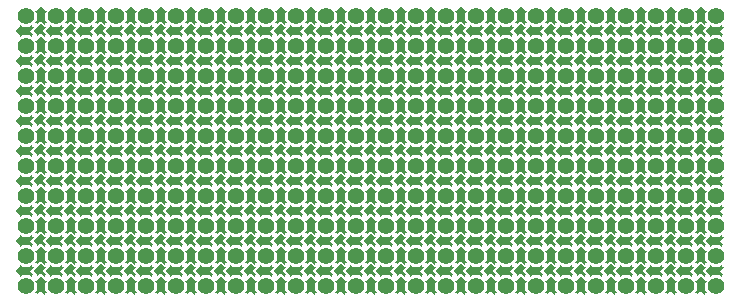
<source format=gbr>
G04 #@! TF.GenerationSoftware,KiCad,Pcbnew,9.0.1*
G04 #@! TF.CreationDate,2025-05-07T17:07:09-04:00*
G04 #@! TF.ProjectId,matrix-protoboard_10x24,6d617472-6978-42d7-9072-6f746f626f61,rev?*
G04 #@! TF.SameCoordinates,Original*
G04 #@! TF.FileFunction,Copper,L2,Bot*
G04 #@! TF.FilePolarity,Positive*
%FSLAX46Y46*%
G04 Gerber Fmt 4.6, Leading zero omitted, Abs format (unit mm)*
G04 Created by KiCad (PCBNEW 9.0.1) date 2025-05-07 17:07:09*
%MOMM*%
%LPD*%
G01*
G04 APERTURE LIST*
G04 Aperture macros list*
%AMFreePoly0*
4,1,38,0.000354,0.765354,0.325208,0.440500,0.550000,0.440500,0.550354,0.440354,0.550500,0.440000,0.550354,0.439646,0.350500,0.239792,0.350500,-0.359792,0.550354,-0.559646,0.550500,-0.560000,0.550354,-0.560354,0.550000,-0.560500,0.338500,-0.560500,0.338500,-0.763000,0.338354,-0.763354,0.338000,-0.763500,0.337646,-0.763354,-0.000208,-0.425500,-0.009792,-0.425500,-0.347646,-0.763354,
-0.348000,-0.763500,-0.348354,-0.763354,-0.348500,-0.763000,-0.348500,-0.560500,-0.550000,-0.560500,-0.550354,-0.560354,-0.550500,-0.560000,-0.550354,-0.559646,-0.350500,-0.359792,-0.350500,0.239792,-0.550354,0.439646,-0.550500,0.440000,-0.550354,0.440354,-0.550000,0.440500,-0.325208,0.440500,-0.000354,0.765354,0.000000,0.765500,0.000354,0.765354,0.000354,0.765354,$1*%
%AMFreePoly1*
4,1,28,0.060354,0.560354,0.357208,0.263500,0.583000,0.263500,0.583354,0.263354,0.583500,0.263000,0.583354,0.262646,0.235708,-0.085000,0.582354,-0.431646,0.582500,-0.432000,0.582354,-0.432354,0.582000,-0.432500,0.407500,-0.432500,0.407500,-0.607000,0.407354,-0.607354,0.407000,-0.607500,0.406646,-0.607354,0.060000,-0.260708,-0.287646,-0.608354,-0.288000,-0.608500,-0.288354,-0.608354,
-0.288500,-0.608000,-0.288500,-0.382208,-0.585354,-0.085354,-0.585500,-0.085000,-0.585354,-0.084646,0.059646,0.560354,0.060000,0.560500,0.060354,0.560354,0.060354,0.560354,$1*%
G04 Aperture macros list end*
G04 #@! TA.AperFunction,ComponentPad*
%ADD10C,1.400000*%
G04 #@! TD*
G04 #@! TA.AperFunction,SMDPad,CuDef*
%ADD11FreePoly0,90.000000*%
G04 #@! TD*
G04 #@! TA.AperFunction,SMDPad,CuDef*
%ADD12FreePoly1,0.000000*%
G04 #@! TD*
G04 #@! TA.AperFunction,SMDPad,CuDef*
%ADD13FreePoly0,0.000000*%
G04 #@! TD*
G04 APERTURE END LIST*
D10*
X146300000Y-72440000D03*
X164080000Y-67360000D03*
X115820000Y-80060000D03*
X143760000Y-74980000D03*
D11*
X128460000Y-81330000D03*
D12*
X162750000Y-66005000D03*
X167830000Y-78705000D03*
D10*
X146300000Y-77520000D03*
D12*
X111950000Y-81245000D03*
D10*
X159000000Y-77520000D03*
D12*
X142430000Y-81245000D03*
D11*
X138620000Y-76250000D03*
D12*
X122110000Y-83785000D03*
D11*
X128460000Y-71170000D03*
X110680000Y-66090000D03*
D10*
X133600000Y-74980000D03*
D13*
X155190000Y-82540000D03*
D11*
X138620000Y-66090000D03*
D12*
X119570000Y-73625000D03*
D10*
X115820000Y-64820000D03*
X128520000Y-72440000D03*
D13*
X127250000Y-64760000D03*
D11*
X125920000Y-71170000D03*
D10*
X136140000Y-67360000D03*
X156460000Y-82600000D03*
X138680000Y-80060000D03*
D12*
X147510000Y-78705000D03*
X160210000Y-86325000D03*
X134810000Y-81245000D03*
D11*
X146240000Y-78790000D03*
D13*
X114550000Y-64760000D03*
X142490000Y-80000000D03*
D11*
X125920000Y-83870000D03*
D13*
X150110000Y-85080000D03*
D12*
X139890000Y-66005000D03*
D13*
X160270000Y-77460000D03*
D11*
X161480000Y-66090000D03*
D10*
X125980000Y-82600000D03*
D13*
X137410000Y-80000000D03*
D11*
X110680000Y-73710000D03*
D13*
X157730000Y-69840000D03*
D11*
X125920000Y-78790000D03*
X141160000Y-71170000D03*
X158940000Y-78790000D03*
D10*
X136140000Y-64820000D03*
D12*
X160210000Y-68545000D03*
X124650000Y-83785000D03*
D13*
X134870000Y-69840000D03*
D11*
X136080000Y-73710000D03*
X120840000Y-78790000D03*
X151320000Y-86410000D03*
D10*
X156460000Y-80060000D03*
D13*
X157730000Y-67300000D03*
D11*
X128460000Y-83870000D03*
D13*
X137410000Y-64760000D03*
D12*
X144970000Y-86325000D03*
D11*
X141160000Y-73710000D03*
D13*
X139950000Y-74920000D03*
D10*
X118360000Y-87680000D03*
D11*
X123380000Y-73710000D03*
D12*
X147510000Y-68545000D03*
D13*
X160270000Y-69840000D03*
D11*
X125920000Y-81330000D03*
D10*
X110740000Y-87680000D03*
D11*
X153860000Y-71170000D03*
D10*
X118360000Y-67360000D03*
X148840000Y-67360000D03*
X161540000Y-85140000D03*
D11*
X148780000Y-66090000D03*
D10*
X141220000Y-77520000D03*
X110740000Y-67360000D03*
D11*
X158940000Y-81330000D03*
D12*
X114490000Y-66005000D03*
D13*
X150110000Y-74920000D03*
D10*
X131060000Y-87680000D03*
D13*
X167890000Y-74920000D03*
X150110000Y-72380000D03*
D10*
X118360000Y-74980000D03*
D12*
X124650000Y-73625000D03*
D13*
X124710000Y-67300000D03*
X112010000Y-67300000D03*
D11*
X153860000Y-66090000D03*
X118300000Y-71170000D03*
D10*
X138680000Y-64820000D03*
D11*
X138620000Y-86410000D03*
D10*
X166620000Y-85140000D03*
D11*
X158940000Y-83870000D03*
X125920000Y-73710000D03*
D13*
X145030000Y-69840000D03*
D11*
X131000000Y-71170000D03*
D10*
X113280000Y-87680000D03*
D13*
X152650000Y-87620000D03*
D10*
X133600000Y-80060000D03*
D13*
X119630000Y-82540000D03*
D11*
X123380000Y-66090000D03*
D12*
X137350000Y-73625000D03*
D10*
X123440000Y-80060000D03*
D13*
X162810000Y-82540000D03*
D11*
X110680000Y-78790000D03*
D13*
X129790000Y-72380000D03*
D10*
X161540000Y-64820000D03*
D12*
X122110000Y-73625000D03*
X114490000Y-76165000D03*
X129730000Y-76165000D03*
X142430000Y-66005000D03*
D10*
X110740000Y-82600000D03*
D13*
X167890000Y-77460000D03*
D10*
X153920000Y-72440000D03*
D12*
X122110000Y-78705000D03*
X117030000Y-76165000D03*
X139890000Y-71085000D03*
X160210000Y-76165000D03*
D13*
X165350000Y-82540000D03*
D12*
X144970000Y-71085000D03*
D13*
X152650000Y-72380000D03*
D10*
X136140000Y-69900000D03*
D11*
X113220000Y-78790000D03*
D12*
X111950000Y-73625000D03*
X111950000Y-71085000D03*
D13*
X139950000Y-85080000D03*
D10*
X133600000Y-64820000D03*
D11*
X169100000Y-86410000D03*
X143700000Y-86410000D03*
D12*
X162750000Y-76165000D03*
D13*
X160270000Y-82540000D03*
D11*
X158940000Y-86410000D03*
D13*
X145030000Y-80000000D03*
D10*
X156460000Y-67360000D03*
D12*
X165290000Y-73625000D03*
D10*
X141220000Y-82600000D03*
D13*
X147570000Y-72380000D03*
D10*
X156460000Y-77520000D03*
D13*
X150110000Y-67300000D03*
D11*
X131000000Y-76250000D03*
X115760000Y-81330000D03*
D13*
X119630000Y-72380000D03*
D11*
X123380000Y-71170000D03*
D12*
X114490000Y-68545000D03*
D11*
X120840000Y-86410000D03*
D10*
X143760000Y-69900000D03*
X161540000Y-77520000D03*
D13*
X124710000Y-82540000D03*
D10*
X166620000Y-72440000D03*
D12*
X134810000Y-68545000D03*
X165290000Y-71085000D03*
D10*
X151380000Y-74980000D03*
D11*
X164020000Y-76250000D03*
D12*
X157670000Y-73625000D03*
D10*
X113280000Y-82600000D03*
D13*
X134870000Y-74920000D03*
D11*
X138620000Y-81330000D03*
X115760000Y-86410000D03*
X120840000Y-66090000D03*
D13*
X127250000Y-80000000D03*
D10*
X131060000Y-69900000D03*
D11*
X161480000Y-76250000D03*
D10*
X143760000Y-80060000D03*
X118360000Y-69900000D03*
D13*
X142490000Y-85080000D03*
D11*
X110680000Y-83870000D03*
D13*
X160270000Y-85080000D03*
D10*
X166620000Y-82600000D03*
D13*
X114550000Y-74920000D03*
D12*
X127190000Y-83785000D03*
D13*
X132330000Y-64760000D03*
X112010000Y-80000000D03*
X150110000Y-87620000D03*
D11*
X141160000Y-68630000D03*
D10*
X156460000Y-74980000D03*
D11*
X166560000Y-83870000D03*
D12*
X155130000Y-73625000D03*
D10*
X123440000Y-64820000D03*
D11*
X166560000Y-86410000D03*
D10*
X169160000Y-74980000D03*
X166620000Y-87680000D03*
D13*
X145030000Y-85080000D03*
D10*
X143760000Y-64820000D03*
D12*
X150050000Y-73625000D03*
D10*
X125980000Y-77520000D03*
D12*
X129730000Y-83785000D03*
D11*
X141160000Y-76250000D03*
D13*
X124710000Y-72380000D03*
X157730000Y-85080000D03*
X137410000Y-85080000D03*
D12*
X127190000Y-81245000D03*
D11*
X169100000Y-68630000D03*
D13*
X167890000Y-64760000D03*
D10*
X153920000Y-85140000D03*
D12*
X127190000Y-66005000D03*
D11*
X169100000Y-66090000D03*
D12*
X167830000Y-81245000D03*
D10*
X118360000Y-77520000D03*
X164080000Y-82600000D03*
D11*
X120840000Y-81330000D03*
D13*
X122170000Y-67300000D03*
D10*
X123440000Y-85140000D03*
D11*
X151320000Y-71170000D03*
D10*
X125980000Y-85140000D03*
D11*
X131000000Y-66090000D03*
D13*
X117090000Y-82540000D03*
D11*
X113220000Y-68630000D03*
D10*
X153920000Y-69900000D03*
X161540000Y-67360000D03*
D12*
X155130000Y-68545000D03*
D11*
X113220000Y-76250000D03*
D12*
X152590000Y-68545000D03*
D10*
X141220000Y-64820000D03*
D11*
X151320000Y-66090000D03*
D13*
X160270000Y-72380000D03*
D10*
X143760000Y-72440000D03*
X133600000Y-72440000D03*
D11*
X141160000Y-83870000D03*
D13*
X155190000Y-69840000D03*
D11*
X110680000Y-81330000D03*
D12*
X114490000Y-86325000D03*
D11*
X120840000Y-68630000D03*
D10*
X151380000Y-87680000D03*
X131060000Y-85140000D03*
D13*
X152650000Y-82540000D03*
D10*
X115820000Y-69900000D03*
D13*
X112010000Y-87620000D03*
D10*
X118360000Y-64820000D03*
X115820000Y-87680000D03*
X141220000Y-69900000D03*
X153920000Y-82600000D03*
X128520000Y-82600000D03*
D12*
X165290000Y-86325000D03*
X111950000Y-83785000D03*
X129730000Y-71085000D03*
X139890000Y-73625000D03*
D11*
X123380000Y-68630000D03*
X148780000Y-86410000D03*
X151320000Y-73710000D03*
D12*
X155130000Y-78705000D03*
D10*
X153920000Y-77520000D03*
D13*
X129790000Y-85080000D03*
X134870000Y-87620000D03*
D11*
X164020000Y-73710000D03*
D12*
X162750000Y-86325000D03*
D13*
X147570000Y-87620000D03*
D11*
X164020000Y-66090000D03*
D13*
X129790000Y-74920000D03*
D12*
X150050000Y-83785000D03*
D11*
X113220000Y-73710000D03*
X164020000Y-68630000D03*
X131000000Y-68630000D03*
D12*
X152590000Y-66005000D03*
D13*
X155190000Y-85080000D03*
D10*
X146300000Y-82600000D03*
X141220000Y-80060000D03*
D12*
X150050000Y-81245000D03*
X142430000Y-73625000D03*
D13*
X145030000Y-87620000D03*
X122170000Y-80000000D03*
D10*
X113280000Y-67360000D03*
D12*
X165290000Y-78705000D03*
D11*
X166560000Y-76250000D03*
D10*
X164080000Y-72440000D03*
D11*
X158940000Y-71170000D03*
D10*
X151380000Y-77520000D03*
D12*
X147510000Y-86325000D03*
X117030000Y-66005000D03*
X137350000Y-66005000D03*
D10*
X136140000Y-82600000D03*
D12*
X139890000Y-76165000D03*
D13*
X142490000Y-72380000D03*
D11*
X151320000Y-68630000D03*
D13*
X117090000Y-74920000D03*
D12*
X152590000Y-83785000D03*
D11*
X143700000Y-66090000D03*
D10*
X151380000Y-82600000D03*
D13*
X124710000Y-85080000D03*
D12*
X157670000Y-66005000D03*
D11*
X153860000Y-83870000D03*
D10*
X136140000Y-74980000D03*
X133600000Y-69900000D03*
D13*
X145030000Y-74920000D03*
D12*
X132270000Y-81245000D03*
D10*
X161540000Y-74980000D03*
D11*
X138620000Y-71170000D03*
D13*
X139950000Y-72380000D03*
D10*
X120900000Y-72440000D03*
D12*
X142430000Y-83785000D03*
D10*
X166620000Y-69900000D03*
D11*
X164020000Y-86410000D03*
X123380000Y-86410000D03*
X136080000Y-68630000D03*
X148780000Y-71170000D03*
D13*
X127250000Y-67300000D03*
D10*
X148840000Y-74980000D03*
D11*
X120840000Y-83870000D03*
D10*
X166620000Y-64820000D03*
D12*
X124650000Y-81245000D03*
D11*
X131000000Y-83870000D03*
D12*
X155130000Y-76165000D03*
X137350000Y-86325000D03*
D10*
X164080000Y-80060000D03*
D11*
X166560000Y-66090000D03*
D12*
X114490000Y-78705000D03*
D10*
X161540000Y-80060000D03*
X136140000Y-77520000D03*
D13*
X147570000Y-82540000D03*
X165350000Y-77460000D03*
X114550000Y-72380000D03*
X142490000Y-69840000D03*
X152650000Y-74920000D03*
D12*
X162750000Y-81245000D03*
X132270000Y-76165000D03*
X139890000Y-68545000D03*
X165290000Y-76165000D03*
D13*
X165350000Y-85080000D03*
D11*
X120840000Y-73710000D03*
D13*
X127250000Y-77460000D03*
D12*
X122110000Y-71085000D03*
X111950000Y-68545000D03*
D10*
X169160000Y-77520000D03*
D11*
X143700000Y-73710000D03*
D12*
X157670000Y-83785000D03*
D10*
X169160000Y-80060000D03*
D13*
X139950000Y-82540000D03*
D12*
X134810000Y-73625000D03*
X132270000Y-66005000D03*
X119570000Y-76165000D03*
D10*
X146300000Y-74980000D03*
D11*
X136080000Y-83870000D03*
D12*
X127190000Y-76165000D03*
D13*
X117090000Y-64760000D03*
D11*
X118300000Y-86410000D03*
D10*
X136140000Y-87680000D03*
D12*
X132270000Y-71085000D03*
D11*
X143700000Y-78790000D03*
D13*
X160270000Y-87620000D03*
X167890000Y-82540000D03*
D11*
X151320000Y-81330000D03*
D12*
X150050000Y-71085000D03*
D13*
X162810000Y-85080000D03*
D11*
X128460000Y-76250000D03*
D13*
X157730000Y-77460000D03*
X119630000Y-67300000D03*
D12*
X155130000Y-86325000D03*
D11*
X151320000Y-83870000D03*
D12*
X162750000Y-68545000D03*
D10*
X148840000Y-85140000D03*
D11*
X133540000Y-73710000D03*
D12*
X127190000Y-86325000D03*
D11*
X128460000Y-78790000D03*
D12*
X111950000Y-76165000D03*
X150050000Y-86325000D03*
D10*
X159000000Y-74980000D03*
D13*
X114550000Y-80000000D03*
D12*
X167830000Y-83785000D03*
X111950000Y-86325000D03*
D13*
X165350000Y-87620000D03*
D12*
X167830000Y-76165000D03*
D11*
X141160000Y-81330000D03*
D13*
X137410000Y-74920000D03*
D11*
X164020000Y-83870000D03*
D10*
X123440000Y-72440000D03*
D13*
X132330000Y-74920000D03*
D11*
X151320000Y-76250000D03*
D13*
X117090000Y-77460000D03*
X119630000Y-74920000D03*
D11*
X128460000Y-66090000D03*
D12*
X167830000Y-86325000D03*
D11*
X115760000Y-68630000D03*
D10*
X115820000Y-85140000D03*
D13*
X112010000Y-69840000D03*
X157730000Y-72380000D03*
D12*
X147510000Y-73625000D03*
D10*
X120900000Y-87680000D03*
D12*
X165290000Y-66005000D03*
D11*
X118300000Y-83870000D03*
D13*
X152650000Y-80000000D03*
X152650000Y-85080000D03*
D11*
X125920000Y-68630000D03*
D12*
X167830000Y-71085000D03*
D11*
X128460000Y-73710000D03*
X115760000Y-76250000D03*
D10*
X120900000Y-69900000D03*
X110740000Y-77520000D03*
D12*
X160210000Y-73625000D03*
X152590000Y-86325000D03*
D10*
X161540000Y-82600000D03*
D12*
X147510000Y-76165000D03*
D13*
X114550000Y-67300000D03*
D11*
X136080000Y-78790000D03*
D13*
X114550000Y-69840000D03*
D12*
X160210000Y-83785000D03*
X157670000Y-86325000D03*
D10*
X153920000Y-67360000D03*
D12*
X134810000Y-86325000D03*
D11*
X133540000Y-68630000D03*
X156400000Y-68630000D03*
D10*
X131060000Y-80060000D03*
D11*
X115760000Y-73710000D03*
D12*
X137350000Y-83785000D03*
D13*
X122170000Y-74920000D03*
X119630000Y-64760000D03*
D10*
X136140000Y-72440000D03*
X146300000Y-85140000D03*
D12*
X150050000Y-66005000D03*
D11*
X166560000Y-71170000D03*
D12*
X114490000Y-71085000D03*
D10*
X123440000Y-82600000D03*
D12*
X132270000Y-73625000D03*
D13*
X127250000Y-74920000D03*
X157730000Y-74920000D03*
D11*
X113220000Y-86410000D03*
D10*
X156460000Y-72440000D03*
X138680000Y-85140000D03*
D12*
X155130000Y-81245000D03*
D13*
X127250000Y-87620000D03*
X117090000Y-80000000D03*
D10*
X169160000Y-69900000D03*
X146300000Y-87680000D03*
X131060000Y-67360000D03*
X120900000Y-85140000D03*
X110740000Y-74980000D03*
D11*
X148780000Y-76250000D03*
D10*
X120900000Y-82600000D03*
D13*
X147570000Y-77460000D03*
D11*
X158940000Y-76250000D03*
X120840000Y-76250000D03*
D13*
X162810000Y-67300000D03*
X142490000Y-67300000D03*
D12*
X155130000Y-66005000D03*
X137350000Y-71085000D03*
D13*
X114550000Y-87620000D03*
X145030000Y-82540000D03*
D10*
X161540000Y-87680000D03*
D12*
X152590000Y-76165000D03*
D10*
X110740000Y-64820000D03*
X131060000Y-74980000D03*
D11*
X169100000Y-76250000D03*
D12*
X144970000Y-76165000D03*
D11*
X169100000Y-83870000D03*
D10*
X136140000Y-80060000D03*
X146300000Y-64820000D03*
D12*
X119570000Y-68545000D03*
D13*
X155190000Y-67300000D03*
D12*
X124650000Y-78705000D03*
D13*
X132330000Y-67300000D03*
D10*
X133600000Y-82600000D03*
D13*
X155190000Y-80000000D03*
D10*
X164080000Y-85140000D03*
D11*
X131000000Y-86410000D03*
D10*
X143760000Y-87680000D03*
D13*
X134870000Y-67300000D03*
D11*
X115760000Y-83870000D03*
D13*
X124710000Y-80000000D03*
X132330000Y-80000000D03*
D12*
X122110000Y-86325000D03*
D10*
X133600000Y-77520000D03*
D12*
X129730000Y-81245000D03*
D10*
X118360000Y-85140000D03*
X113280000Y-77520000D03*
D13*
X145030000Y-67300000D03*
D10*
X148840000Y-72440000D03*
D12*
X122110000Y-81245000D03*
D13*
X150110000Y-64760000D03*
D10*
X166620000Y-77520000D03*
D11*
X133540000Y-81330000D03*
D10*
X125980000Y-69900000D03*
D13*
X142490000Y-64760000D03*
X145030000Y-64760000D03*
X112010000Y-72380000D03*
X155190000Y-64760000D03*
D12*
X167830000Y-68545000D03*
D10*
X138680000Y-67360000D03*
D13*
X132330000Y-77460000D03*
D10*
X153920000Y-80060000D03*
X138680000Y-87680000D03*
D13*
X119630000Y-80000000D03*
D12*
X160210000Y-71085000D03*
D10*
X148840000Y-80060000D03*
D12*
X144970000Y-68545000D03*
D11*
X131000000Y-73710000D03*
D10*
X113280000Y-74980000D03*
D11*
X146240000Y-73710000D03*
D13*
X139950000Y-69840000D03*
X150110000Y-82540000D03*
D12*
X139890000Y-86325000D03*
X132270000Y-83785000D03*
D11*
X166560000Y-78790000D03*
D10*
X141220000Y-72440000D03*
D13*
X152650000Y-77460000D03*
X165350000Y-80000000D03*
X157730000Y-82540000D03*
D10*
X123440000Y-69900000D03*
D13*
X127250000Y-85080000D03*
X124710000Y-74920000D03*
D11*
X156400000Y-73710000D03*
D13*
X114550000Y-77460000D03*
X162810000Y-77460000D03*
X162810000Y-87620000D03*
D11*
X148780000Y-81330000D03*
D12*
X124650000Y-76165000D03*
D11*
X110680000Y-68630000D03*
D13*
X142490000Y-74920000D03*
X150110000Y-77460000D03*
D10*
X153920000Y-87680000D03*
D12*
X122110000Y-76165000D03*
X152590000Y-71085000D03*
D13*
X157730000Y-80000000D03*
X134870000Y-82540000D03*
X139950000Y-77460000D03*
X142490000Y-87620000D03*
D12*
X155130000Y-71085000D03*
D10*
X115820000Y-74980000D03*
D11*
X143700000Y-83870000D03*
X166560000Y-81330000D03*
D12*
X142430000Y-68545000D03*
X124650000Y-66005000D03*
X119570000Y-83785000D03*
D11*
X143700000Y-81330000D03*
D12*
X150050000Y-68545000D03*
D13*
X134870000Y-80000000D03*
X165350000Y-72380000D03*
D11*
X136080000Y-76250000D03*
X133540000Y-83870000D03*
X136080000Y-71170000D03*
D13*
X147570000Y-67300000D03*
D10*
X141220000Y-87680000D03*
D13*
X129790000Y-67300000D03*
D12*
X137350000Y-76165000D03*
D10*
X161540000Y-69900000D03*
D12*
X122110000Y-66005000D03*
D10*
X143760000Y-85140000D03*
D13*
X142490000Y-82540000D03*
D10*
X161540000Y-72440000D03*
D13*
X167890000Y-87620000D03*
D12*
X157670000Y-68545000D03*
X124650000Y-68545000D03*
D13*
X165350000Y-74920000D03*
D11*
X156400000Y-81330000D03*
X133540000Y-76250000D03*
X164020000Y-71170000D03*
X156400000Y-78790000D03*
D13*
X147570000Y-85080000D03*
D12*
X137350000Y-78705000D03*
D11*
X113220000Y-71170000D03*
X146240000Y-83870000D03*
D10*
X156460000Y-87680000D03*
D11*
X161480000Y-68630000D03*
X141160000Y-86410000D03*
D10*
X118360000Y-80060000D03*
D11*
X138620000Y-68630000D03*
D12*
X160210000Y-78705000D03*
X139890000Y-83785000D03*
X134810000Y-66005000D03*
X117030000Y-68545000D03*
D13*
X165350000Y-64760000D03*
X134870000Y-77460000D03*
D12*
X127190000Y-68545000D03*
X147510000Y-66005000D03*
D11*
X153860000Y-68630000D03*
D10*
X143760000Y-82600000D03*
X128520000Y-67360000D03*
D12*
X157670000Y-71085000D03*
D10*
X169160000Y-85140000D03*
X169160000Y-87680000D03*
D13*
X147570000Y-74920000D03*
D11*
X146240000Y-81330000D03*
D10*
X120900000Y-80060000D03*
D13*
X132330000Y-72380000D03*
D10*
X118360000Y-72440000D03*
D12*
X144970000Y-73625000D03*
D13*
X122170000Y-72380000D03*
X134870000Y-64760000D03*
D10*
X159000000Y-80060000D03*
D11*
X136080000Y-86410000D03*
X153860000Y-86410000D03*
D12*
X165290000Y-68545000D03*
D10*
X153920000Y-74980000D03*
D13*
X147570000Y-80000000D03*
D10*
X166620000Y-80060000D03*
D13*
X112010000Y-82540000D03*
X134870000Y-85080000D03*
X117090000Y-67300000D03*
D10*
X110740000Y-69900000D03*
X113280000Y-72440000D03*
D11*
X118300000Y-66090000D03*
D13*
X134870000Y-72380000D03*
D12*
X165290000Y-81245000D03*
D10*
X153920000Y-64820000D03*
D11*
X136080000Y-81330000D03*
X113220000Y-83870000D03*
X115760000Y-66090000D03*
D13*
X155190000Y-72380000D03*
D11*
X169100000Y-73710000D03*
D13*
X129790000Y-77460000D03*
D10*
X169160000Y-64820000D03*
D13*
X167890000Y-80000000D03*
X129790000Y-64760000D03*
D12*
X124650000Y-71085000D03*
D11*
X115760000Y-78790000D03*
X151320000Y-78790000D03*
D13*
X114550000Y-82540000D03*
D11*
X156400000Y-66090000D03*
X133540000Y-71170000D03*
D13*
X119630000Y-69840000D03*
D12*
X162750000Y-71085000D03*
D13*
X112010000Y-85080000D03*
X139950000Y-80000000D03*
D12*
X147510000Y-83785000D03*
D10*
X110740000Y-85140000D03*
D11*
X158940000Y-73710000D03*
D13*
X112010000Y-64760000D03*
D10*
X164080000Y-77520000D03*
D13*
X147570000Y-69840000D03*
D11*
X131000000Y-78790000D03*
D10*
X128520000Y-87680000D03*
D13*
X117090000Y-85080000D03*
D12*
X117030000Y-78705000D03*
D10*
X131060000Y-64820000D03*
X148840000Y-69900000D03*
D11*
X143700000Y-76250000D03*
D10*
X128520000Y-80060000D03*
D12*
X139890000Y-81245000D03*
D11*
X161480000Y-86410000D03*
D13*
X114550000Y-85080000D03*
D12*
X111950000Y-66005000D03*
D13*
X157730000Y-64760000D03*
D12*
X114490000Y-83785000D03*
D11*
X133540000Y-78790000D03*
D10*
X128520000Y-69900000D03*
D11*
X158940000Y-66090000D03*
D12*
X137350000Y-81245000D03*
D11*
X146240000Y-76250000D03*
X138620000Y-83870000D03*
X138620000Y-78790000D03*
X136080000Y-66090000D03*
D12*
X162750000Y-78705000D03*
D13*
X162810000Y-72380000D03*
D11*
X169100000Y-71170000D03*
D10*
X125980000Y-74980000D03*
D13*
X122170000Y-69840000D03*
D10*
X166620000Y-74980000D03*
X110740000Y-72440000D03*
D11*
X120840000Y-71170000D03*
D13*
X112010000Y-77460000D03*
D12*
X119570000Y-86325000D03*
D10*
X115820000Y-67360000D03*
X164080000Y-69900000D03*
D13*
X122170000Y-87620000D03*
D11*
X113220000Y-66090000D03*
D13*
X150110000Y-80000000D03*
X129790000Y-69840000D03*
D10*
X141220000Y-74980000D03*
D11*
X110680000Y-76250000D03*
D12*
X162750000Y-83785000D03*
D11*
X164020000Y-78790000D03*
D10*
X156460000Y-85140000D03*
D13*
X129790000Y-80000000D03*
D10*
X159000000Y-72440000D03*
X146300000Y-69900000D03*
X125980000Y-67360000D03*
D13*
X137410000Y-67300000D03*
D12*
X134810000Y-83785000D03*
D13*
X127250000Y-72380000D03*
D10*
X151380000Y-72440000D03*
D11*
X118300000Y-76250000D03*
D12*
X160210000Y-81245000D03*
D13*
X162810000Y-69840000D03*
D12*
X119570000Y-71085000D03*
D10*
X120900000Y-64820000D03*
D12*
X129730000Y-73625000D03*
D11*
X158940000Y-68630000D03*
D10*
X113280000Y-80060000D03*
D12*
X157670000Y-76165000D03*
D13*
X124710000Y-77460000D03*
D10*
X136140000Y-85140000D03*
D11*
X131000000Y-81330000D03*
D10*
X156460000Y-64820000D03*
D13*
X117090000Y-72380000D03*
D12*
X142430000Y-86325000D03*
D11*
X143700000Y-68630000D03*
D10*
X151380000Y-67360000D03*
D11*
X125920000Y-86410000D03*
X125920000Y-76250000D03*
X161480000Y-81330000D03*
X128460000Y-68630000D03*
D12*
X129730000Y-78705000D03*
D10*
X151380000Y-80060000D03*
D13*
X132330000Y-69840000D03*
D12*
X150050000Y-76165000D03*
D10*
X164080000Y-87680000D03*
X110740000Y-80060000D03*
X131060000Y-77520000D03*
D13*
X167890000Y-72380000D03*
D10*
X138680000Y-77520000D03*
D13*
X167890000Y-69840000D03*
D12*
X111950000Y-78705000D03*
D10*
X118360000Y-82600000D03*
D13*
X145030000Y-77460000D03*
D11*
X118300000Y-73710000D03*
D12*
X165290000Y-83785000D03*
X134810000Y-78705000D03*
D11*
X153860000Y-76250000D03*
D12*
X117030000Y-73625000D03*
D13*
X160270000Y-64760000D03*
D11*
X118300000Y-68630000D03*
X146240000Y-71170000D03*
D13*
X132330000Y-82540000D03*
D11*
X125920000Y-66090000D03*
D12*
X157670000Y-81245000D03*
D13*
X139950000Y-87620000D03*
X152650000Y-69840000D03*
D10*
X138680000Y-69900000D03*
D12*
X147510000Y-71085000D03*
D13*
X122170000Y-77460000D03*
D12*
X114490000Y-81245000D03*
X129730000Y-66005000D03*
D13*
X137410000Y-77460000D03*
D11*
X128460000Y-86410000D03*
D13*
X117090000Y-87620000D03*
D10*
X159000000Y-87680000D03*
D12*
X155130000Y-83785000D03*
D11*
X115760000Y-71170000D03*
D10*
X159000000Y-85140000D03*
X125980000Y-80060000D03*
D11*
X133540000Y-86410000D03*
D10*
X146300000Y-67360000D03*
D11*
X146240000Y-68630000D03*
D10*
X115820000Y-72440000D03*
X146300000Y-80060000D03*
X169160000Y-67360000D03*
D12*
X127190000Y-73625000D03*
D10*
X166620000Y-67360000D03*
D11*
X146240000Y-66090000D03*
D10*
X148840000Y-64820000D03*
D12*
X142430000Y-78705000D03*
D10*
X159000000Y-69900000D03*
D13*
X137410000Y-82540000D03*
D12*
X144970000Y-83785000D03*
D11*
X153860000Y-81330000D03*
D13*
X165350000Y-69840000D03*
X152650000Y-67300000D03*
X122170000Y-82540000D03*
D10*
X128520000Y-77520000D03*
D12*
X124650000Y-86325000D03*
D11*
X169100000Y-81330000D03*
D12*
X139890000Y-78705000D03*
D13*
X139950000Y-64760000D03*
D12*
X119570000Y-81245000D03*
X160210000Y-66005000D03*
D13*
X165350000Y-67300000D03*
D10*
X115820000Y-77520000D03*
X120900000Y-74980000D03*
D13*
X155190000Y-77460000D03*
D11*
X148780000Y-68630000D03*
D10*
X133600000Y-67360000D03*
D12*
X150050000Y-78705000D03*
X147510000Y-81245000D03*
D13*
X167890000Y-67300000D03*
D12*
X157670000Y-78705000D03*
D13*
X152650000Y-64760000D03*
D10*
X156460000Y-69900000D03*
X125980000Y-64820000D03*
D13*
X122170000Y-85080000D03*
D10*
X159000000Y-64820000D03*
D11*
X156400000Y-83870000D03*
D13*
X160270000Y-67300000D03*
D11*
X110680000Y-71170000D03*
D10*
X131060000Y-72440000D03*
D11*
X141160000Y-78790000D03*
X153860000Y-73710000D03*
D10*
X143760000Y-77520000D03*
D12*
X117030000Y-83785000D03*
D10*
X128520000Y-74980000D03*
X159000000Y-67360000D03*
X143760000Y-67360000D03*
D11*
X156400000Y-71170000D03*
D10*
X138680000Y-82600000D03*
D12*
X122110000Y-68545000D03*
D10*
X115820000Y-82600000D03*
X164080000Y-74980000D03*
D12*
X117030000Y-86325000D03*
D11*
X156400000Y-76250000D03*
X169100000Y-78790000D03*
X110680000Y-86410000D03*
D13*
X112010000Y-74920000D03*
D10*
X120900000Y-67360000D03*
X113280000Y-64820000D03*
D12*
X134810000Y-71085000D03*
D11*
X113220000Y-81330000D03*
X166560000Y-68630000D03*
D13*
X124710000Y-69840000D03*
D10*
X148840000Y-87680000D03*
D11*
X156400000Y-86410000D03*
D10*
X159000000Y-82600000D03*
D13*
X137410000Y-87620000D03*
X160270000Y-74920000D03*
X142490000Y-77460000D03*
D12*
X119570000Y-66005000D03*
D13*
X162810000Y-64760000D03*
D10*
X148840000Y-82600000D03*
X125980000Y-87680000D03*
D11*
X161480000Y-71170000D03*
D12*
X132270000Y-68545000D03*
X142430000Y-71085000D03*
D10*
X123440000Y-87680000D03*
D11*
X148780000Y-83870000D03*
X161480000Y-78790000D03*
D10*
X113280000Y-85140000D03*
X125980000Y-72440000D03*
D12*
X114490000Y-73625000D03*
D10*
X169160000Y-82600000D03*
X123440000Y-67360000D03*
D11*
X118300000Y-81330000D03*
D10*
X141220000Y-85140000D03*
D13*
X157730000Y-87620000D03*
D10*
X128520000Y-85140000D03*
D11*
X166560000Y-73710000D03*
D13*
X150110000Y-69840000D03*
D12*
X144970000Y-66005000D03*
D10*
X113280000Y-69900000D03*
D11*
X161480000Y-73710000D03*
D13*
X129790000Y-87620000D03*
X129790000Y-82540000D03*
D11*
X118300000Y-78790000D03*
D12*
X152590000Y-81245000D03*
D10*
X151380000Y-64820000D03*
X131060000Y-82600000D03*
X123440000Y-74980000D03*
D13*
X124710000Y-64760000D03*
D10*
X120900000Y-77520000D03*
X148840000Y-77520000D03*
D12*
X144970000Y-78705000D03*
D13*
X155190000Y-74920000D03*
X145030000Y-72380000D03*
D12*
X129730000Y-68545000D03*
D10*
X164080000Y-64820000D03*
X151380000Y-69900000D03*
D12*
X134810000Y-76165000D03*
D10*
X138680000Y-72440000D03*
X169160000Y-72440000D03*
D11*
X123380000Y-76250000D03*
D13*
X155190000Y-87620000D03*
D11*
X148780000Y-78790000D03*
D13*
X127250000Y-82540000D03*
D12*
X152590000Y-73625000D03*
D13*
X117090000Y-69840000D03*
D11*
X123380000Y-81330000D03*
D13*
X160270000Y-80000000D03*
D12*
X129730000Y-86325000D03*
D10*
X151380000Y-85140000D03*
D12*
X132270000Y-78705000D03*
D13*
X137410000Y-72380000D03*
D11*
X148780000Y-73710000D03*
D10*
X128520000Y-64820000D03*
D11*
X153860000Y-78790000D03*
X123380000Y-78790000D03*
X138620000Y-73710000D03*
D12*
X127190000Y-71085000D03*
D11*
X141160000Y-66090000D03*
D13*
X139950000Y-67300000D03*
D12*
X117030000Y-71085000D03*
D11*
X146240000Y-86410000D03*
D13*
X124710000Y-87620000D03*
X132330000Y-87620000D03*
D11*
X123380000Y-83870000D03*
D10*
X133600000Y-85140000D03*
X141220000Y-67360000D03*
D13*
X132330000Y-85080000D03*
X137410000Y-69840000D03*
D11*
X164020000Y-81330000D03*
X133540000Y-66090000D03*
D13*
X162810000Y-74920000D03*
X147570000Y-64760000D03*
X122170000Y-64760000D03*
X119630000Y-77460000D03*
X119630000Y-87620000D03*
D11*
X143700000Y-71170000D03*
D12*
X127190000Y-78705000D03*
X162750000Y-73625000D03*
D10*
X123440000Y-77520000D03*
D12*
X117030000Y-81245000D03*
X167830000Y-66005000D03*
D13*
X127250000Y-69840000D03*
D10*
X138680000Y-74980000D03*
D13*
X162810000Y-80000000D03*
D12*
X142430000Y-76165000D03*
X167830000Y-73625000D03*
X152590000Y-78705000D03*
D10*
X133600000Y-87680000D03*
D12*
X119570000Y-78705000D03*
X144970000Y-81245000D03*
X137350000Y-68545000D03*
D13*
X119630000Y-85080000D03*
D11*
X161480000Y-83870000D03*
D13*
X167890000Y-85080000D03*
D12*
X132270000Y-86325000D03*
M02*

</source>
